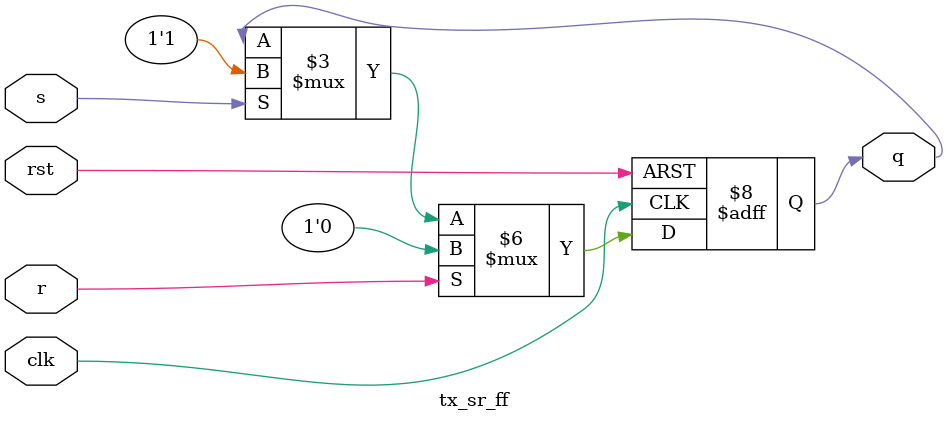
<source format=v>
/*
Transmitter
Outputs a "1" until a data byte is loaded then outputs a start bit, the data byte,
and stop bit one bit at a time. Each bit is held for 16 enable signals.
*/
module spart_tx(
	input clk,
	input rst,
	input enable,
	input [7:0] data,
	input [1:0] ioaddr,
	input iorw,
	output txd,
	output tbr,
	output reg [7:0] tx_capture
);

reg load, transmitting;
wire [3:0] bit_cnt;
reg [4:0] en_cnt, old_en_cnt;

localparam IDLE = 1'b0;
localparam TRMT = 1'b1;

wire trmt;
assign trmt = (ioaddr == 2'b00 && ~iorw);
wire shift;
assign shift = en_cnt == 5'd16 && old_en_cnt == 5'd15;

always @(posedge clk, posedge rst)
  if(rst)
	old_en_cnt = 5'h00;
  else
	old_en_cnt = en_cnt;

reg state, nxt_state, set_done, clr_done;

cnt_4bit bit_counter(.en({load,shift}), .clk(clk), .rst(rst), .bit_cnt(bit_cnt));

tx_shift_reg shift_register(.en({load,shift}), .clk(clk), .rst(rst), .tx_data(data), .TX(txd));

tx_sr_ff tx_done_flop(.q(tbr), .s(set_done), .r(clr_done), .rst(rst), .clk(clk));

wire [4:0] in;

// Counts the number of enable signals 
assign in = transmitting ? 
		~enable ? en_cnt :
		enable ? (en_cnt == 5'd16) ? 5'h01 : ( en_cnt + 1 ) : 5'h01 : 5'h00;

always @(posedge clk, posedge rst)
  if(rst)
	en_cnt = 5'h00;
  else
	en_cnt = in;

// Test signal - Captures data in buffer
always @(posedge clk, posedge rst)
  if(rst)
	tx_capture <= 8'hFF;
  else if(load)
	tx_capture <= data;

always @(posedge clk, posedge rst) begin
	if(rst)	state <= IDLE;
	else		state <= nxt_state;
end

always @(*) begin
	nxt_state = IDLE;
	load = 0;
	transmitting = 0;
	set_done = 0;
	clr_done = 0;
	
	case(state)
	  IDLE : 
	  begin
		if(trmt)
		begin
			nxt_state = TRMT;
			clr_done = 1;
			load = 1;
			transmitting = 1;
		end
	  end
	  TRMT : 
	  begin
		if(bit_cnt == 4'd10 && shift)
		begin
			nxt_state = IDLE;
			set_done = 1;
			clr_done = 0;
		end else
		begin
			nxt_state = TRMT;
			clr_done = 0;
			transmitting = 1;
		end
	  end
	  default : nxt_state = IDLE;
	endcase
end

endmodule

/*
Counts from zero to ten keeping track of how many bits have been transmitted
*/
module cnt_4bit(en, clk, rst, bit_cnt);

input clk, rst;
input [1:0] en; // {load, shift}
output reg [3:0] bit_cnt;

wire [3:0] in;
reg old;
wire shift;

assign in = ~|en ? bit_cnt :
		~en[1] ? (bit_cnt == 4'd10) ? 4'h0 : ( bit_cnt + 1 ) : 4'h0;

// Edge detector to hold the shift enable high for a single clock cycle
always @(posedge clk, posedge rst)
  if(rst)
	old = 0;
  else
	old = en[0];

assign shift = en[0] && ~old;

always @(posedge clk, posedge rst)
	if(rst)
		bit_cnt <= 4'h0;
	else if(shift)
		bit_cnt <= in;

endmodule

/*
Holds the output high until data is loaded for transmitting then outputs
a start bit, data bit, and stop bit. The register is loaded and shifts
when an enable signal is received
*/
module tx_shift_reg(en, clk, rst, tx_data, TX);

input clk, rst;
input [1:0] en; // {load, shift}
input [7:0] tx_data;

output TX;

wire [9:0] in;
reg [9:0] tx_shft_reg;

reg old;
wire shift;

// Edge detector to hold the shift enable high for a single clock cycle
always @(posedge clk, posedge rst)
  if(rst)
	old = 0;
  else
	old = en[0];

assign shift = en[0] && ~old;

assign in = ~|en ? tx_shft_reg :
		~en[1] ? {1'b1, tx_shft_reg[9:1]} : {1'b1, tx_data, 1'b0};

assign TX = tx_shft_reg[0];

always @(posedge clk, posedge rst)
	if(rst)
		tx_shft_reg <= 10'h3FF;
	else if(en[1] || shift)
		tx_shft_reg <= in;

endmodule

/*
SR Flip Flop
*/
module tx_sr_ff(q, s, r, rst, clk);

input clk, s, r, rst;
output reg q;

always @(posedge clk, posedge rst)
  if(rst)
    q <= 1;
  else if(r)
    q <= 0;
  else if(s)
    q <= 1;
  else
    q <= q;

endmodule




</source>
